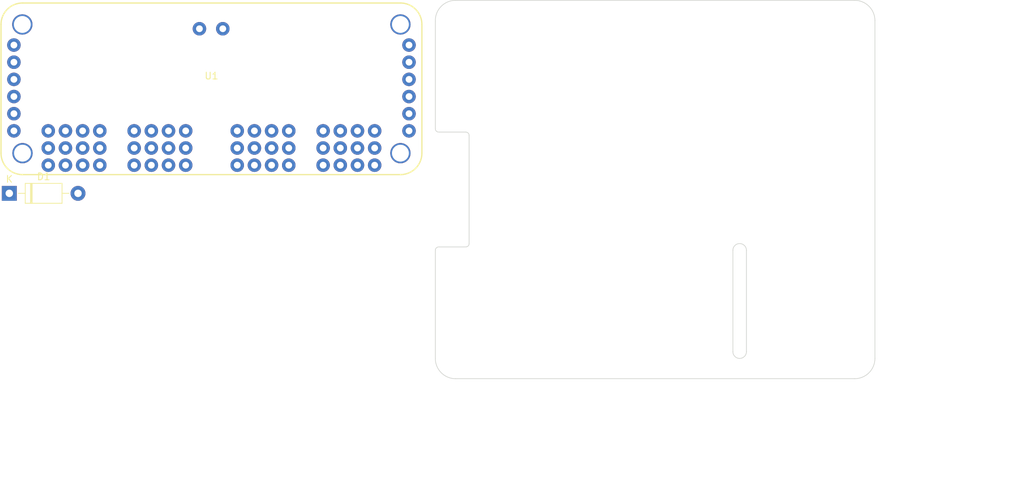
<source format=kicad_pcb>
(kicad_pcb (version 20211014) (generator pcbnew)
  (title_block (date "15 nov 2012"))
  (layers (0 "F.Cu" signal) (31 "B.Cu" signal) (34 "B.Paste" user) (35 "F.Paste" user) (36 "B.SilkS" user "B.Silkscreen") (37 "F.SilkS" user "F.Silkscreen") (38 "B.Mask" user) (39 "F.Mask" user) (44 "Edge.Cuts" user))
  (net 0 "")
  (net 2 "+5V")
  (footprint "AdafruitPCA9685:Adafruit PCA9685 rev C" (layer "F.Cu") (at 138.96 116.62)
    (fp_text reference "U1" (at 27.94 -11.43 unlocked) (layer "F.SilkS"))
    (fp_text value "PCA9685BS")
    (fp_line (start -3.175 0) (end -3.175 -19.0504) (layer "F.SilkS") (width 0.2))
    (fp_line (start 59.055 -19.0504) (end 59.055 0) (layer "F.SilkS") (width 0.2))
    (fp_line (start 55.88 3.175) (end 0 3.175) (layer "F.SilkS") (width 0.2))
    (fp_line (start 0 -22.2254) (end 55.88 -22.2254) (layer "F.SilkS") (width 0.2))
    (fp_arc (start 59.055 0) (mid 58.125064 2.245064) (end 55.88 3.175) (layer "F.SilkS") (width 0.2))
    (fp_arc (start -3.175 -19.0504) (mid -2.245064 -21.295464) (end 0 -22.2254) (layer "F.SilkS") (width 0.2))
    (fp_arc (start 55.88 -22.2254) (mid 58.125064 -21.295464) (end 59.055 -19.0504) (layer "F.SilkS") (width 0.2))
    (fp_arc (start 0 3.175) (mid -2.245064 2.245064) (end -3.175 0) (layer "F.SilkS") (width 0.2))
    (pad "" np_thru_hole circle (at 55.88 0) (size 3 3) (drill 2.5) (layers F&B.Cu *.Mask))
    (pad "" np_thru_hole circle (at -0.0254 -19.05) (size 3 3) (drill 2.5) (layers F&B.Cu *.Mask))
    (pad "" np_thru_hole circle (at 55.88 -19.05) (size 3 3) (drill 2.5) (layers F&B.Cu *.Mask))
    (pad "" np_thru_hole circle (at 0 0) (size 3 3) (drill 2.5) (layers F&B.Cu *.Mask))
    (pad "1" thru_hole circle (at 34.29 -0.762) (size 2 2) (drill 1) (layers *.Cu *.Mask))
    (pad "1" thru_hole circle (at 19.05 -0.762) (size 2 2) (drill 1) (layers *.Cu *.Mask))
    (pad "1" thru_hole circle (at 46.99 -0.762) (size 2 2) (drill 1) (layers *.Cu *.Mask))
    (pad "1" thru_hole circle (at 49.53 -0.762) (size 2 2) (drill 1) (layers *.Cu *.Mask))
    (pad "1" thru_hole circle (at 11.43 -0.762) (size 2 2) (drill 1) (layers *.Cu *.Mask))
    (pad "1" thru_hole circle (at 36.83 -0.762) (size 2 2) (drill 1) (layers *.Cu *.Mask))
    (pad "1" thru_hole circle (at 16.51 -0.762) (size 2 2) (drill 1) (layers *.Cu *.Mask))
    (pad "1" thru_hole circle (at 57.15 -3.302) (size 2 2) (drill 1) (layers *.Cu *.Mask))
    (pad "1" thru_hole circle (at 21.59 -0.762) (size 2 2) (drill 1) (layers *.Cu *.Mask))
    (pad "1" thru_hole circle (at 24.13 -0.762) (size 2 2) (drill 1) (layers *.Cu *.Mask))
    (pad "1" thru_hole circle (at 39.37 -0.762) (size 2 2) (drill 1) (layers *.Cu *.Mask))
    (pad "1" thru_hole circle (at 44.45 -0.762) (size 2 2) (drill 1) (layers *.Cu *.Mask))
    (pad "1" thru_hole circle (at 3.81 -0.762) (size 2 2) (drill 1) (layers *.Cu *.Mask))
    (pad "1" thru_hole circle (at 31.75 -0.762) (size 2 2) (drill 1) (layers *.Cu *.Mask))
    (pad "1" thru_hole circle (at 8.89 -0.762) (size 2 2) (drill 1) (layers *.Cu *.Mask))
    (pad "1" thru_hole circle (at 52.07 -0.762) (size 2 2) (drill 1) (layers *.Cu *.Mask))
    (pad "1" thru_hole circle (at -1.27 -3.302) (size 2 2) (drill 1) (layers *.Cu *.Mask))
    (pad "1" thru_hole circle (at 6.35 -0.762) (size 2 2) (drill 1) (layers *.Cu *.Mask))
    (pad "2" thru_hole circle (at -1.27 -5.842) (size 2 2) (drill 1) (layers *.Cu *.Mask))
    (pad "2" thru_hole circle (at 57.15 -5.842) (size 2 2) (drill 1) (layers *.Cu *.Mask))
    (pad "3" thru_hole circle (at 57.15 -8.382) (size 2 2) (drill 1) (layers *.Cu *.Mask))
    (pad "3" thru_hole circle (at -1.27 -8.382) (size 2 2) (drill 1) (layers *.Cu *.Mask))
    (pad "4" thru_hole circle (at -1.27 -10.922) (size 2 2) (drill 1) (layers *.Cu *.Mask))
    (pad "4" thru_hole circle (at 57.15 -10.922) (size 2 2) (drill 1) (layers *.Cu *.Mask))
    (pad "5" thru_hole circle (at -1.27 -13.462) (size 2 2) (drill 1) (layers *.Cu *.Mask))
    (pad "5" thru_hole circle (at 57.15 -13.462) (size 2 2) (drill 1) (layers *.Cu *.Mask))
    (pad "6" thru_hole circle (at -1.27 -16.002) (size 2 2) (drill 1) (layers *.Cu *.Mask))
    (pad "6" thru_hole circle (at 39.37 1.778) (size 2 2) (drill 1) (layers *.Cu *.Mask))
    (pad "6" thru_hole circle (at 3.81 1.778) (size 2 2) (drill 1) (layers *.Cu *.Mask))
    (pad "6" thru_hole circle (at 21.59 1.778) (size 2 2) (drill 1) (layers *.Cu *.Mask))
    (pad "6" thru_hole circle (at 11.43 1.778) (size 2 2) (drill 1) (layers *.Cu *.Mask))
    (pad "6" thru_hole circle (at 52.07 1.778) (size 2 2) (drill 1) (layers *.Cu *.Mask))
    (pad "6" thru_hole circle (at 57.15 -16.002) (size 2 2) (drill 1) (layers *.Cu *.Mask))
    (pad "6" thru_hole circle (at 24.13 1.778) (size 2 2) (drill 1) (layers *.Cu *.Mask))
    (pad "6" thru_hole circle (at 49.53 1.778) (size 2 2) (drill 1) (layers *.Cu *.Mask))
    (pad "6" thru_hole circle (at 31.75 1.778) (size 2 2) (drill 1) (layers *.Cu *.Mask))
    (pad "6" thru_hole circle (at 8.89 1.778) (size 2 2) (drill 1) (layers *.Cu *.Mask))
    (pad "6" thru_hole circle (at 34.29 1.778) (size 2 2) (drill 1) (layers *.Cu *.Mask))
    (pad "6" thru_hole circle (at 19.05 1.778) (size 2 2) (drill 1) (layers *.Cu *.Mask))
    (pad "6" thru_hole circle (at 16.51 1.778) (size 2 2) (drill 1) (layers *.Cu *.Mask))
    (pad "6" thru_hole circle (at 46.99 1.778) (size 2 2) (drill 1) (layers *.Cu *.Mask))
    (pad "6" thru_hole circle (at 6.35 1.778) (size 2 2) (drill 1) (layers *.Cu *.Mask))
    (pad "6" thru_hole circle (at 36.83 1.778) (size 2 2) (drill 1) (layers *.Cu *.Mask))
    (pad "6" thru_hole circle (at 44.45 1.778) (size 2 2) (drill 1) (layers *.Cu *.Mask))
    (pad "7" thru_hole circle (at 3.81 -3.302) (size 2 2) (drill 1) (layers *.Cu *.Mask))
    (pad "8" thru_hole circle (at 6.35 -3.302) (size 2 2) (drill 1) (layers *.Cu *.Mask))
    (pad "9" thru_hole circle (at 8.89 -3.302) (size 2 2) (drill 1) (layers *.Cu *.Mask))
    (pad "10" thru_hole circle (at 11.43 -3.302) (size 2 2) (drill 1) (layers *.Cu *.Mask))
    (pad "11" thru_hole circle (at 16.51 -3.302) (size 2 2) (drill 1) (layers *.Cu *.Mask))
    (pad "12" thru_hole circle (at 19.05 -3.302) (size 2 2) (drill 1) (layers *.Cu *.Mask))
    (pad "13" thru_hole circle (at 21.59 -3.302) (size 2 2) (drill 1) (layers *.Cu *.Mask))
    (pad "14" thru_hole circle (at 24.13 -3.302) (size 2 2) (drill 1) (layers *.Cu *.Mask))
    (pad "15" thru_hole circle (at 31.75 -3.302) (size 2 2) (drill 1) (layers *.Cu *.Mask))
    (pad "16" thru_hole circle (at 34.29 -3.302) (size 2 2) (drill 1) (layers *.Cu *.Mask))
    (pad "17" thru_hole circle (at 36.83 -3.302) (size 2 2) (drill 1) (layers *.Cu *.Mask))
    (pad "18" thru_hole circle (at 39.37 -3.302) (size 2 2) (drill 1) (layers *.Cu *.Mask))
    (pad "19" thru_hole circle (at 44.45 -3.302) (size 2 2) (drill 1) (layers *.Cu *.Mask))
    (pad "20" thru_hole circle (at 46.99 -3.302) (size 2 2) (drill 1) (layers *.Cu *.Mask))
    (pad "21" thru_hole circle (at 49.53 -3.302) (size 2 2) (drill 1) (layers *.Cu *.Mask))
    (pad "22" thru_hole circle (at 52.07 -3.302) (size 2 2) (drill 1) (layers *.Cu *.Mask))
    (pad "24" thru_hole circle (at 26.162 -18.415) (size 2 2) (drill 1) (layers *.Cu *.Mask))
    (pad "25" thru_hole circle (at 29.6164 -18.415) (size 2 2) (drill 1) (layers *.Cu *.Mask))
  )
  (footprint "Diode_THT:D_DO-41_SOD81_P10.16mm_Horizontal" (layer "F.Cu") (at 137.008 122.568)
    (fp_text reference "D1" (at 5.08 -2.47) (layer "F.SilkS"))
    (fp_text value "1N5819")
    (fp_text user "K" (at 0 -2.1) (layer "F.SilkS"))
    (fp_line (start 3.26 -1.47) (end 3.26 1.47) (layer "F.SilkS") (width 0.12))
    (fp_line (start 1.34 0) (end 2.36 0) (layer "F.SilkS") (width 0.12))
    (fp_line (start 8.82 0) (end 7.8 0) (layer "F.SilkS") (width 0.12))
    (fp_line (start 3.14 -1.47) (end 3.14 1.47) (layer "F.SilkS") (width 0.12))
    (fp_line (start 2.36 1.47) (end 7.8 1.47) (layer "F.SilkS") (width 0.12))
    (fp_line (start 7.8 1.47) (end 7.8 -1.47) (layer "F.SilkS") (width 0.12))
    (fp_line (start 7.8 -1.47) (end 2.36 -1.47) (layer "F.SilkS") (width 0.12))
    (fp_line (start 2.36 -1.47) (end 2.36 1.47) (layer "F.SilkS") (width 0.12))
    (fp_line (start 3.38 -1.47) (end 3.38 1.47) (layer "F.SilkS") (width 0.12))
    (pad "1" thru_hole rect locked (at 0 0) (size 2.2 2.2) (drill 1.1) (layers *.Cu *.Mask))
    (pad "2" thru_hole oval locked (at 10.16 0) (size 2.2 2.2) (drill 1.1) (layers *.Cu *.Mask) (net 2 "+5V"))
  )
  (gr_arc (start 244 131) (mid 245 130) (end 246 131) (layer "Edge.Cuts") (width 0.1))
  (gr_arc (start 262 94) (mid 264.12132 94.87868) (end 265 97) (layer "Edge.Cuts") (width 0.1))
  (gr_line (start 204.5 130.5) (end 200.5 130.5) (layer "Edge.Cuts") (width 0.1))
  (gr_line (start 200 131) (end 200 147) (layer "Edge.Cuts") (width 0.1))
  (gr_line (start 205 114) (end 205 130) (layer "Edge.Cuts") (width 0.1))
  (gr_line (start 262 94) (end 203 94) (layer "Edge.Cuts") (width 0.1))
  (gr_arc (start 200 131) (mid 200.146138 130.646755) (end 200.499127 130.500001) (layer "Edge.Cuts") (width 0.1))
  (gr_line (start 246 131) (end 246 146) (layer "Edge.Cuts") (width 0.1))
  (gr_arc (start 205 130) (mid 204.853553 130.353553) (end 204.5 130.5) (layer "Edge.Cuts") (width 0.1))
  (gr_line (start 203 150) (end 262 150) (layer "Edge.Cuts") (width 0.1))
  (gr_arc (start 200 97) (mid 200.87868 94.87868) (end 203 94) (layer "Edge.Cuts") (width 0.1))
  (gr_arc (start 200.5 113.5) (mid 200.146447 113.353553) (end 200 113) (layer "Edge.Cuts") (width 0.1))
  (gr_arc (start 246 146) (mid 245 147) (end 244 146) (layer "Edge.Cuts") (width 0.1))
  (gr_arc (start 203 150) (mid 200.87868 149.12132) (end 200 147) (layer "Edge.Cuts") (width 0.1))
  (gr_arc (start 204.5 113.5) (mid 204.853553 113.646447) (end 205 114) (layer "Edge.Cuts") (width 0.1))
  (gr_arc (start 265 147) (mid 264.12132 149.12132) (end 262 150) (layer "Edge.Cuts") (width 0.1))
  (gr_line (start 265 147) (end 265 97) (layer "Edge.Cuts") (width 0.1))
  (gr_line (start 200 97) (end 200 113) (layer "Edge.Cuts") (width 0.1))
  (gr_line (start 200.5 113.5) (end 204.5 113.5) (layer "Edge.Cuts") (width 0.1))
  (gr_line (start 244 146) (end 244 131) (layer "Edge.Cuts") (width 0.1))
)
</source>
